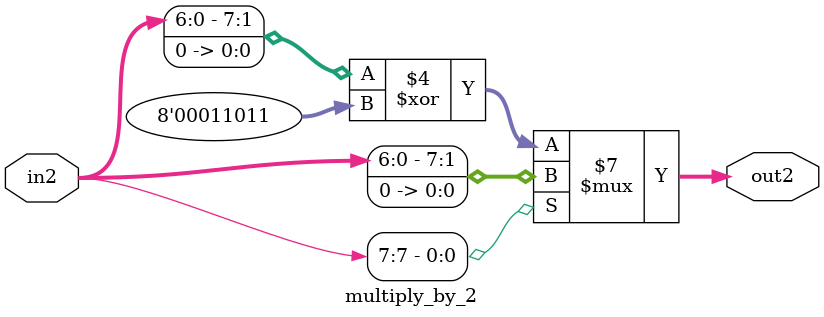
<source format=v>
`timescale 1ns / 1ps


module multiply_by_2(
    input [7:0] in2,
    output reg [7:0] out2
    );
    always @(*)
    begin
        if(in2[7]==0)
            out2=(in2<<1) ^ 8'b00011011;
        else 
            out2=(in2<<1);
    end
endmodule

</source>
